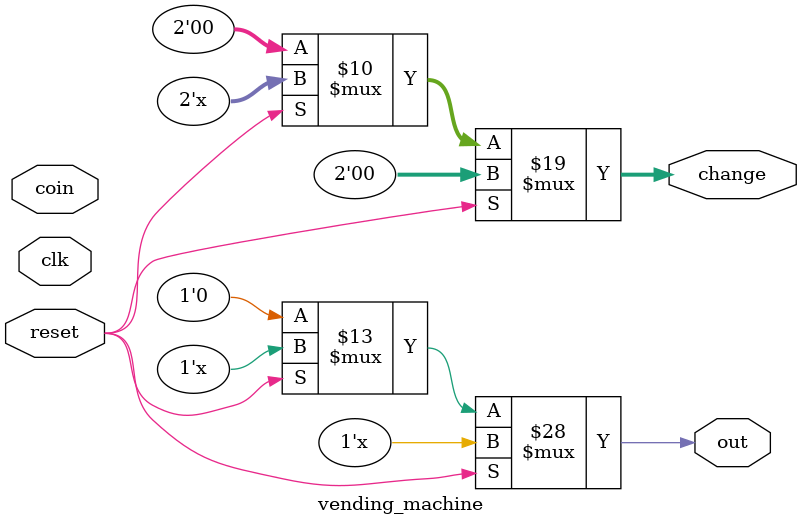
<source format=sv>
module vend_tb;
  wire [1:0]change;
  wire out;
  reg[1:0] coin;
  reg clk,reset;
  
  vending_machine v1(.clk(clk),.reset(reset),.coin(coin),.out(out),.change(change));
  
  
  always 
    begin
      #5;
    clk=1'b1;
  #5;
  clk='b0;
    end
  
  
  initial 
    begin
      $dumpfile("vending_machine.vcd");
      $dumpvars(0,vend_tb);
      reset=0;
      coin=1;
      $display(" your vend out is %d and change is %d " ,out,change);
      #5;
      reset=0;
      coin=1;
      $display(" your vend out is %d and change is %d " ,out,change);
      #5;
      coin=2;
      
      #15;
      reset=1;
      coin=0;
      $display(" your vend out is %d and change is %d " ,out,change);
      #20;
      reset=0;
      coin=2;
      $display(" your vend out is %d and change is %d " ,out,change);
      #5;
      coin=2;
      $display(" your vend out is %d and change is %d " ,out,change);
     
      #10;
      reset=0;
      coin=1;
      $display(" your vend out is %d and change is %d " ,out,change);
      #10;
      reset=1;
      coin=0;
      $display(" your vend out is %b and change is %b " ,out,change);
    end
endmodule



module vending_machine(clk,reset,coin,out,change);
  input clk,reset;
  input [1:0] coin;
  output reg out;
  output reg [1:0] change;
  reg [1:0]cs,ns;
  
  parameter S0=2'b00,S1=2'b01,S2=2'b10;
  
  
  
  
always@(posedge clk)
     begin
      	cs<=ns;
    end


always@(cs)
  begin
      if(reset)
        begin
        cs=S0;
      	ns=S0;
      	change=2'b00;
        end
    
      else
        begin
          case(cs)
            S0:
            begin
              if(coin==2'b01)
                  begin
                    ns=S1;
                    out=0;
                  	change=2'b00;
                  end
              if(coin==2'b10)
                  begin
                    ns=S2;
                    out=0;
                  	change=2'b00;
                  end
              else 
                begin
                    ns=cs;
                    out=0;
                  	change=2'b00;
                end
            end
               S1:
            begin
              if(coin==2'b01)
                  begin
                    ns=S2;
                    out=0;
                  	change=2'b00;
                  end
              if(coin==2'b10)
                  begin
                    ns=S0;
                    out=1;
                  	change=2'b00;
                  end
              else 
                begin
                    ns=cs;
                    out=0;
                  	change=2'b01;
                end
            end
               S2:
            begin
              if(coin==2'b01)
                  begin
                    ns=S0;
                    out=1;
                  	change=2'b00;
                  end
              if(coin==2'b10)
                  begin
                    ns=S0;
                    out=1;
                  	change=2'b01;
                  end
              else 
                begin
                    ns=cs;
                    out=0;
                  	change=2'b10;
                end
            end
              default:
              begin
              	ns=0;
                    out=0;
                  	change=0;
              end
              
          endcase
        end
  end
endmodule
              	
              
              
                        
    
      
      
      
      
      

</source>
